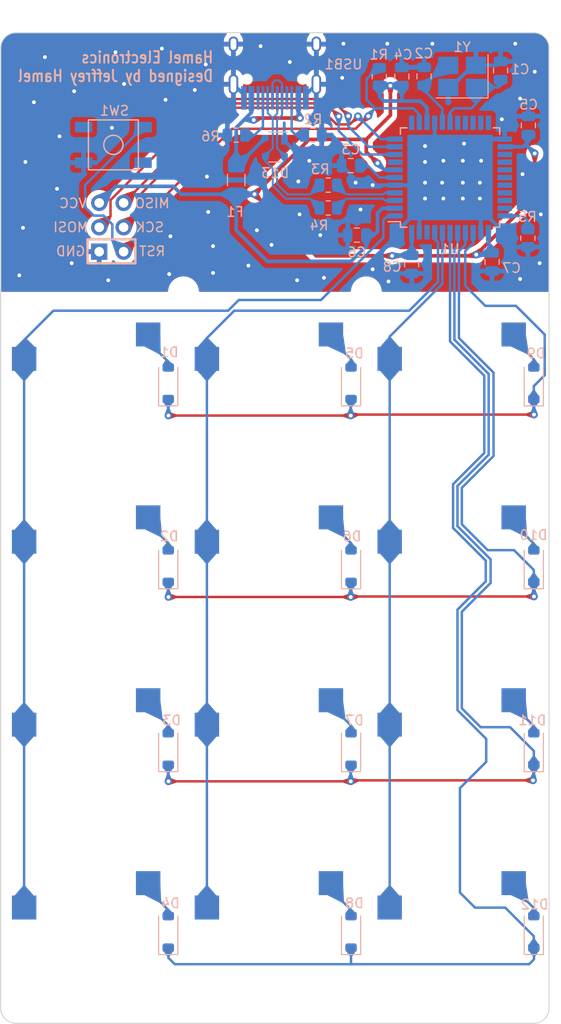
<source format=kicad_pcb>
(kicad_pcb (version 20221018) (generator pcbnew)
  (layers (0 "F.Cu" signal) (31 "B.Cu" signal) (34 "B.Paste" user) (35 "F.Paste" user) (36 "B.SilkS" user "B.Silkscreen") (37 "F.SilkS" user "F.Silkscreen") (38 "B.Mask" user) (39 "F.Mask" user) (44 "Edge.Cuts" user))
  (net 0 "")
  (net 1 "GND")
  (net 2 "Net-(U1-XTAL1)")
  (net 3 "Net-(U1-XTAL2)")
  (net 4 "Net-(U1-UCAP)")
  (net 5 "+5V")
  (net 6 "ROW0")
  (net 7 "Net-(D1-A)")
  (net 8 "ROW1")
  (net 9 "Net-(D2-A)")
  (net 10 "ROW2")
  (net 11 "Net-(D3-A)")
  (net 12 "ROW3")
  (net 13 "Net-(D4-A)")
  (net 14 "Net-(D5-A)")
  (net 15 "Net-(D6-A)")
  (net 16 "Net-(D7-A)")
  (net 17 "Net-(D8-A)")
  (net 18 "Net-(D9-A)")
  (net 19 "Net-(D10-A)")
  (net 20 "Net-(D11-A)")
  (net 21 "Net-(D12-A)")
  (net 22 "D+")
  (net 23 "D-")
  (net 24 "COL0")
  (net 25 "COL1")
  (net 26 "COL2")
  (net 27 "VBUS")
  (net 28 "Net-(U1-~{HWB}{slash}PE2)")
  (net 31 "MISO")
  (net 32 "SCK")
  (net 33 "MOSI")
  (net 44 "RESET")
  (net 45 "Net-(USB1-CC2)")
  (net 46 "Net-(USB1-CC1)")
  (net 53 "DP")
  (net 54 "DN")
  (footprint "MX_Only:MXOnly-1U-Hotswap" (layer "F.Cu") (at 183.35625 131.7625)
    (fp_text reference "MX12")
    (fp_text value "MX-NoLED")
  )
  (footprint "MX_Only:MXOnly-1U-Hotswap" (layer "F.Cu") (at 183.35625 74.6125)
    (fp_text reference "MX9")
    (fp_text value "MX-NoLED")
  )
  (footprint "MountingHole:MountingHole_2.7mm_M2.5" (layer "F.Cu") (at 154.78125 122.2375)
    (fp_text reference "REF**" hide)
    (fp_text value "MountingHole_2.7mm_M2.5")
  )
  (footprint "MX_Only:MXOnly-1U-Hotswap" (layer "F.Cu") (at 145.25625 112.7125)
    (fp_text reference "MX3")
    (fp_text value "MX-NoLED")
  )
  (footprint "MX_Only:MXOnly-1U-Hotswap" (layer "F.Cu") (at 164.30625 131.7625)
    (fp_text reference "MX8")
    (fp_text value "MX-NoLED")
  )
  (footprint "MX_Only:MXOnly-1U-Hotswap" (layer "F.Cu") (at 183.35625 93.6625)
    (fp_text reference "MX10")
    (fp_text value "MX-NoLED")
  )
  (footprint "MountingHole:MountingHole_2.7mm_M2.5" (layer "F.Cu") (at 173.83125 122.2375)
    (fp_text reference "REF**" hide)
    (fp_text value "MountingHole_2.7mm_M2.5")
  )
  (footprint "MountingHole:MountingHole_2.7mm_M2.5" (layer "F.Cu") (at 173.83125 65.0875)
    (fp_text reference "REF**" hide)
    (fp_text value "MountingHole_2.7mm_M2.5")
  )
  (footprint "MX_Only:MXOnly-1U-Hotswap" (layer "F.Cu") (at 164.30625 112.7125)
    (fp_text reference "MX7")
    (fp_text value "MX-NoLED")
  )
  (footprint "MX_Only:MXOnly-1U-Hotswap" (layer "F.Cu") (at 145.25625 74.6125)
    (fp_text reference "MX1")
    (fp_text value "MX-NoLED")
  )
  (footprint "MX_Only:MXOnly-1U-Hotswap" (layer "F.Cu") (at 164.30625 93.6625)
    (fp_text reference "MX6")
    (fp_text value "MX-NoLED")
  )
  (footprint "MX_Only:MXOnly-1U-Hotswap" (layer "F.Cu") (at 183.35625 112.7125)
    (fp_text reference "MX11")
    (fp_text value "MX-NoLED")
  )
  (footprint "MX_Only:MXOnly-1U-Hotswap" (layer "F.Cu") (at 145.25625 131.7625)
    (fp_text reference "MX4")
    (fp_text value "MX-NoLED")
  )
  (footprint "MX_Only:MXOnly-1U-Hotswap" (layer "F.Cu") (at 145.25625 93.6625)
    (fp_text reference "MX2")
    (fp_text value "MX-NoLED")
  )
  (footprint "MountingHole:MountingHole_2.7mm_M2.5" (layer "F.Cu") (at 154.78125 65.0875)
    (fp_text reference "REF**" hide)
    (fp_text value "MountingHole_2.7mm_M2.5")
  )
  (footprint "MX_Only:MXOnly-1U-Hotswap" (layer "F.Cu") (at 164.30625 74.6125)
    (fp_text reference "MX5")
    (fp_text value "MX-NoLED")
  )
  (footprint "Diode_SMD:D_SOD-123" (layer "B.Cu") (at 172.24375 131.7625 90)
    (fp_text reference "D8")
    (fp_text value "SOD-123")
  )
  (footprint "Resistor_SMD:R_0805_2012Metric" (layer "B.Cu") (at 160.274 48.768)
    (fp_text reference "R6")
    (fp_text value "5.1k")
  )
  (footprint "Capacitor_SMD:C_0805_2012Metric" (layer "B.Cu") (at 186.944 61.976 -90)
    (fp_text reference "C7")
    (fp_text value "0.1u")
  )
  (footprint "Capacitor_SMD:C_0805_2012Metric" (layer "B.Cu") (at 172.212 51.943 180)
    (fp_text reference "C3")
    (fp_text value "1u")
  )
  (footprint "Capacitor_SMD:C_0805_2012Metric" (layer "B.Cu") (at 179.85243 42.646879 -90)
    (fp_text reference "C2")
    (fp_text value "22p")
  )
  (footprint "Capacitor_SMD:C_0805_2012Metric" (layer "B.Cu") (at 172.847 59.182 180)
    (fp_text reference "C6")
    (fp_text value "0.1u")
  )
  (footprint "Capacitor_SMD:C_0805_2012Metric" (layer "B.Cu") (at 177.539938 42.664023 90)
    (fp_text reference "C4")
    (fp_text value "0.1u")
  )
  (footprint "Diode_SMD:D_SOD-123" (layer "B.Cu") (at 191.29375 131.7625 90)
    (fp_text reference "D12")
    (fp_text value "SOD-123")
  )
  (footprint "Diode_SMD:D_SOD-123" (layer "B.Cu") (at 172.24375 74.6125 90)
    (fp_text reference "D5")
    (fp_text value "SOD-123")
  )
  (footprint "Resistor_SMD:R_0805_2012Metric" (layer "B.Cu") (at 169.8625 53.975 180)
    (fp_text reference "R3")
    (fp_text value "22")
  )
  (footprint "Diode_SMD:D_SOD-123" (layer "B.Cu") (at 191.29375 74.6125 90)
    (fp_text reference "D9")
    (fp_text value "SOD-123")
  )
  (footprint "Resistor_SMD:R_0805_2012Metric" (layer "B.Cu") (at 190.673063 59.505075 -90)
    (fp_text reference "R5")
    (fp_text value "10k")
  )
  (footprint "Diode_SMD:D_SOD-123" (layer "B.Cu") (at 191.29375 112.7125 90)
    (fp_text reference "D11")
    (fp_text value "SOD-123")
  )
  (footprint "Crystal:Crystal_SMD_3225-4Pin_3.2x2.5mm_HandSoldering" (layer "B.Cu") (at 183.82118 42.646879 180)
    (fp_text reference "Y1")
    (fp_text value "16MHz")
  )
  (footprint "random-keyboard-parts:Reset_Pretty-Mask" (layer "B.Cu") (at 147.2692 58.3692 180)
    (fp_text reference "J2")
    (fp_text value "AVR-ISP-6")
  )
  (footprint "Package_QFP:TQFP-44_10x10mm_P0.8mm" (layer "B.Cu") (at 182.5625 53.18125)
    (fp_text reference "U1")
    (fp_text value "ATmega32U4-A")
  )
  (footprint "Diode_SMD:D_SOD-123" (layer "B.Cu") (at 153.19375 74.6125 90)
    (fp_text reference "D1")
    (fp_text value "SOD-123")
  )
  (footprint "Resistor_SMD:R_0805_2012Metric" (layer "B.Cu") (at 169.8625 56.35625)
    (fp_text reference "R4")
    (fp_text value "22")
  )
  (footprint "Capacitor_SMD:C_0805_2012Metric" (layer "B.Cu") (at 178.562 62.23 -90)
    (fp_text reference "C8")
    (fp_text value "10u")
  )
  (footprint "Type-C:HRO-TYPE-C-31-M-12-HandSoldering" (layer "B.Cu") (at 164.30625 36.69)
    (fp_text reference "USB1")
    (fp_text value "HRO-TYPE-C-31-M-12")
  )
  (footprint "Capacitor_SMD:C_0805_2012Metric" (layer "B.Cu") (at 187.833 42.037 -90)
    (fp_text reference "C1")
    (fp_text value "22p")
  )
  (footprint "Diode_SMD:D_SOD-123" (layer "B.Cu") (at 172.24375 93.6625 90)
    (fp_text reference "D6")
    (fp_text value "SOD-123")
  )
  (footprint "random-keyboard-parts:SKQG-1155865" (layer "B.Cu") (at 147.4724 49.784 180)
    (fp_text reference "SW1")
    (fp_text value "SW_Push")
  )
  (footprint "Diode_SMD:D_SOD-123" (layer "B.Cu") (at 191.29375 93.6625 90)
    (fp_text reference "D10")
    (fp_text value "SOD-123")
  )
  (footprint "Resistor_SMD:R_0805_2012Metric" (layer "B.Cu") (at 175.18628 42.68133 -90)
    (fp_text reference "R1")
    (fp_text value "10k")
  )
  (footprint "Capacitor_SMD:C_0805_2012Metric" (layer "B.Cu") (at 190.724982 47.754088 90)
    (fp_text reference "C5")
    (fp_text value "0.1u")
  )
  (footprint "Diode_SMD:D_SOD-123" (layer "B.Cu") (at 172.24375 112.7125 90)
    (fp_text reference "D7")
    (fp_text value "SOD-123")
  )
  (footprint "Diode_SMD:D_SOD-123" (layer "B.Cu") (at 153.19375 93.6625 90)
    (fp_text reference "D2")
    (fp_text value "SOD-123")
  )
  (footprint "Package_TO_SOT_SMD:SOT-143" (layer "B.Cu") (at 164.30625 50.00625 180)
    (fp_text reference "D13")
    (fp_text value "PRTR5V0U2X")
  )
  (footprint "Diode_SMD:D_SOD-123" (layer "B.Cu") (at 153.19375 131.7625 90)
    (fp_text reference "D4")
    (fp_text value "SOD-123")
  )
  (footprint "Diode_SMD:D_SOD-123" (layer "B.Cu") (at 153.19375 112.7125 90)
    (fp_text reference "D3")
    (fp_text value "SOD-123")
  )
  (footprint "Fuse:Fuse_1206_3216Metric_Pad1.42x1.75mm_HandSolder" (layer "B.Cu") (at 160.274 53.4416 90)
    (fp_text reference "F1")
    (fp_text value "Polyfuse_Small")
  )
  (footprint "Resistor_SMD:R_0805_2012Metric" (layer "B.Cu") (at 168.275 48.768 180)
    (fp_text reference "R2")
    (fp_text value "5.1k")
  )
  (gr_arc (start 191.29375 38.1) (mid 192.416282 38.564968) (end 192.88125 39.6875) (stroke (width 0.1)) (layer "Edge.Cuts"))
  (gr_arc (start 137.31875 141.2875) (mid 136.196218 140.822532) (end 135.73125 139.7) (stroke (width 0.1)) (layer "Edge.Cuts"))
  (gr_line (start 191.29375 38.1) (end 137.31875 38.1) (stroke (width 0.1)) (layer "Edge.Cuts"))
  (gr_line (start 192.88125 139.7) (end 192.88125 39.6875) (stroke (width 0.1)) (layer "Edge.Cuts"))
  (gr_arc (start 192.88125 139.7) (mid 192.416282 140.822532) (end 191.29375 141.2875) (stroke (width 0.1)) (layer "Edge.Cuts"))
  (gr_line (start 137.31875 141.2875) (end 191.29375 141.2875) (stroke (width 0.1)) (layer "Edge.Cuts"))
  (gr_arc (start 135.73125 39.6875) (mid 136.196218 38.564968) (end 137.31875 38.1) (stroke (width 0.1)) (layer "Edge.Cuts"))
  (gr_line (start 135.73125 39.6875) (end 135.73125 139.7) (stroke (width 0.1)) (layer "Edge.Cuts"))
  (gr_text "Hamel Electronics\nDesigned by Jeffrey Hamel" (at 157.988 43.307) (layer "B.SilkS") (effects (font (size 1.2 1) (thickness 0.2)) (justify left bottom mirror)))
  (segment (start 163.957 60.198) (end 163.703 60.198) (width 0.254) (layer "F.Cu") (net 1))
  (segment (start 170.307 62.738) (end 174.498 62.738) (width 0.381) (layer "F.Cu") (net 1))
  (segment (start 169.418 63.627) (end 170.307 62.738) (width 0.381) (layer "F.Cu") (net 1))
  (segment (start 163.703 60.198) (end 161.544 62.357) (width 0.254) (layer "F.Cu") (net 1))
  (via (at 153.289 63.246) (size 0.8) (drill 0.4) (layers "F.Cu" "B.Cu") (net 1))
  (via (at 138.303 51.562) (size 0.8) (drill 0.4) (layers "F.Cu" "B.Cu") (net 1))
  (via (at 157.226 53.086) (size 0.8) (drill 0.4) (layers "F.Cu" "B.Cu") (net 1))
  (via (at 165.862 41.148) (size 0.8) (drill 0.4) (layers "F.Cu" "B.Cu") (net 1))
  (via (at 189.865 63.754) (size 0.8) (drill 0.4) (layers "F.Cu" "B.Cu") (net 1))
  (via (at 167.894 51.435) (size 0.8) (drill 0.4) (layers "F.Cu" "B.Cu") (net 1))
  (via (at 185.674 53.721) (size 0.8) (drill 0.4) (layers "F.Cu" "B.Cu") (net 1))
  (via (at 152.527 39.751) (size 0.8) (drill 0.4) (layers "F.Cu" "B.Cu") (net 1))
  (via (at 155.956 44.069) (size 0.8) (drill 0.4) (layers "F.Cu" "B.Cu") (net 1))
  (via (at 179.959 51.562) (size 0.8) (drill 0.4) (layers "F.Cu" "B.Cu") (net 1))
  (via (at 176.149 64.008) (size 0.8) (drill 0.4) (layers "F.Cu" "B.Cu") (net 1))
  (via (at 166.751 53.594) (size 0.8) (drill 0.4) (layers "F.Cu" "B.Cu") (net 1))
  (via (at 137.668 63.373) (size 0.8) (drill 0.4) (layers "F.Cu" "B.Cu") (net 1))
  (via (at 152.908 45.085) (size 0.8) (drill 0.4) (layers "F.Cu" "B.Cu") (net 1))
  (via (at 179.959 53.721) (size 0.8) (drill 0.4) (layers "F.Cu" "B.Cu") (net 1))
  (via (at 148.59 43.434) (size 0.8) (drill 0.4) (layers "F.Cu" "B.Cu") (net 1))
  (via (at 138.049 58.42) (size 0.8) (drill 0.4) (layers "F.Cu" "B.Cu") (net 1))
  (via (at 183.896 53.721) (size 0.8) (drill 0.4) (layers "F.Cu" "B.Cu") (net 1))
  (via (at 181.864 51.435) (size 0.8) (drill 0.4) (layers "F.Cu" "B.Cu") (net 1))
  (via (at 189.357 39.243) (size 0.8) (drill 0.4) (layers "F.Cu" "B.Cu") (net 1))
  (via (at 153.416 59.309) (size 0.8) (drill 0.4) (layers "F.Cu" "B.Cu") (net 1))
  (via (at 174.498 53.975) (size 0.8) (drill 0.4) (layers "F.Cu" "B.Cu") (net 1))
  (via (at 189.865 44.958) (size 0.8) (drill 0.4) (layers "F.Cu" "B.Cu") (net 1))
  (via (at 146.939 63.881) (size 0.8) (drill 0.4) (layers "F.Cu" "B.Cu") (net 1))
  (via (at 179.959 49.911) (size 0.8) (drill 0.4) (layers "F.Cu" "B.Cu") (net 1))
  (via (at 180.721 39.243) (size 0.8) (drill 0.4) (layers "F.Cu" "B.Cu") (net 1))
  (via (at 140.335 40.64) (size 0.8) (drill 0.4) (layers "F.Cu" "B.Cu") (net 1))
  (via (at 166.624 63.881) (size 0.8) (drill 0.4) (layers "F.Cu" "B.Cu") (net 1))
  (via (at 185.801 51.435) (size 0.8) (drill 0.4) (layers "F.Cu" "B.Cu") (net 1))
  (via (at 141.605 54.356) (size 0.8) (drill 0.4) (layers "F.Cu" "B.Cu") (net 1))
  (via (at 157.861 63.119) (size 0.8) (drill 0.4) (layers "F.Cu" "B.Cu") (net 1))
  (via (at 157.353 56.769) (size 0.8) (drill 0.4) (layers "F.Cu" "B.Cu") (net 1))
  (via (at 184.023 49.657) (size 0.8) (drill 0.4) (layers "F.Cu" "B.Cu") (net 1))
  (via (at 169.037 59.182) (size 0.8) (drill 0.4) (layers "F.Cu" "B.Cu") (net 1))
  (via (at 143.383 44.196) (size 0.8) (drill 0.4) (layers "F.Cu" "B.Cu") (net 1))
  (via (at 191.389 42.164) (size 0.8) (drill 0.4) (layers "F.Cu" "B.Cu") (net 1))
  (via (at 139.192 45.339) (size 0.8) (drill 0.4) (layers "F.Cu" "B.Cu") (net 1))
  (via (at 183.896 55.372) (size 0.8) (drill 0.4) (layers "F.Cu" "B.Cu") (net 1))
  (via (at 185.674 55.372) (size 0.8) (drill 0.4) (layers "F.Cu" "B.Cu") (net 1))
  (via (at 179.959 55.372) (size 0.8) (drill 0.4) (layers "F.Cu" "B.Cu") (net 1))
  (via (at 183.896 51.435) (size 0.8) (drill 0.4) (layers "F.Cu" "B.Cu") (net 1))
  (via (at 171.323 42.799) (size 0.8) (drill 0.4) (layers "F.Cu" "B.Cu") (net 1))
  (via (at 147.701 40.132) (size 0.8) (drill 0.4) (layers "F.Cu" "B.Cu") (net 1))
  (via (at 141.859 48.895) (size 0.8) (drill 0.4) (layers "F.Cu" "B.Cu") (net 1))
  (via (at 157.099 41.402) (size 0.8) (drill 0.4) (layers "F.Cu" "B.Cu") (net 1))
  (via (at 169.418 63.627) (size 0.8) (drill 0.4) (layers "F.Cu" "B.Cu") (net 1))
  (via (at 190.119 52.832) (size 0.8) (drill 0.4) (layers "F.Cu" "B.Cu") (net 1))
  (via (at 173.228 56.515) (size 0.8) (drill 0.4) (layers "F.Cu" "B.Cu") (net 1))
  (via (at 191.897 62.103) (size 0.8) (drill 0.4) (layers "F.Cu" "B.Cu") (net 1))
  (via (at 157.861 60.325) (size 0.8) (drill 0.4) (layers "F.Cu" "B.Cu") (net 1))
  (via (at 172.72 53.721) (size 0.8) (drill 0.4) (layers "F.Cu" "B.Cu") (net 1))
  (via (at 147.32 48.006) (size 0.8) (drill 0.4) (layers "F.Cu" "B.Cu") (net 1))
  (via (at 181.737 53.721) (size 0.8) (drill 0.4) (layers "F.Cu" "B.Cu") (net 1))
  (via (at 171.45 39.243) (size 0.8) (drill 0.4) (layers "F.Cu" "B.Cu") (net 1))
  (via (at 143.129 62.103) (size 0.8) (drill 0.4) (layers "F.Cu" "B.Cu") (net 1))
  (via (at 166.878 57.023) (size 0.8) (drill 0.4) (layers "F.Cu" "B.Cu") (net 1))
  (via (at 192.024 57.023) (size 0.8) (drill 0.4) (layers "F.Cu" "B.Cu") (net 1))
  (via (at 187.96 47.117) (size 0.8) (drill 0.4) (layers "F.Cu" "B.Cu") (net 1))
  (via (at 174.498 62.738) (size 0.8) (drill 0.4) (layers "F.Cu" "B.Cu") (net 1))
  (via (at 162.814 39.497) (size 0.8) (drill 0.4) (layers "F.Cu" "B.Cu") (net 1))
  (via (at 162.433 58.674) (size 0.8) (drill 0.4) (layers "F.Cu" "B.Cu") (net 1))
  (via (at 161.544 62.357) (size 0.8) (drill 0.4) (layers "F.Cu" "B.Cu") (net 1))
  (via (at 163.957 60.198) (size 0.8) (drill 0.4) (layers "F.Cu" "B.Cu") (net 1))
  (via (at 181.864 55.372) (size 0.8) (drill 0.4) (layers "F.Cu" "B.Cu") (net 1))
  (via (at 176.022 39.243) (size 0.8) (drill 0.4) (layers "F.Cu" "B.Cu") (net 1))
  (segment (start 167.53125 44.565) (end 168.62625 43.47) (width 0.381) (layer "B.Cu") (net 1))
  (segment (start 179.835286 41.714023) (end 179.85243 41.696879) (width 0.381) (layer "B.Cu") (net 1))
  (segment (start 172.72 53.401) (end 171.262 51.943) (width 0.381) (layer "B.Cu") (net 1))
  (segment (start 180.9625 47.48125) (end 180.9625 49.2) (width 0.381) (layer "B.Cu") (net 1))
  (segment (start 187.423121 41.496879) (end 187.833 41.087) (width 0.381) (layer "B.Cu") (net 1))
  (segment (start 167.53125 44.885) (end 167.53125 44.565) (width 0.381) (layer "B.Cu") (net 1))
  (segment (start 174.498 53.975) (end 176.85625 53.975) (width 0.381) (layer "B.Cu") (net 1))
  (segment (start 161.08125 44.565) (end 159.98625 43.47) (width 0.381) (layer "B.Cu") (net 1))
  (segment (start 172.72 53.721) (end 172.72 53.401) (width 0.381) (layer "B.Cu") (net 1))
  (segment (start 185.76875 49.18125) (end 184.94375 50.00625) (width 0.381) (layer "B.Cu") (net 1))
  (segment (start 161.08125 44.885) (end 161.08125 44.565) (width 0.381) (layer "B.Cu") (net 1))
  (segment (start 188.07625 58.801) (end 188.087 58.801) (width 0.381) (layer "B.Cu") (net 1))
  (segment (start 176.85625 53.975) (end 176.8625 53.98125) (width 0.381) (layer "B.Cu") (net 1))
  (segment (start 184.944121 41.496879) (end 185.27118 41.496879) (width 0.381) (layer "B.Cu") (net 1))
  (segment (start 178.664 57.175) (end 177.038 58.801) (width 0.381) (layer "B.Cu") (net 1))
  (segment (start 179.3625 57.175) (end 178.664 57.175) (width 0.381) (layer "B.Cu") (net 1))
  (segment (start 185.7625 57.175) (end 186.45025 57.175) (width 0.381) (layer "B.Cu") (net 1))
  (segment (start 176.8625 53.98125) (end 179.38125 53.98125) (width 0.381) (layer "B.Cu") (net 1))
  (segment (start 182.37118 43.796879) (end 182.644121 43.796879) (width 0.381) (layer "B.Cu") (net 1))
  (segment (start 185.7625 57.175) (end 184.94375 56.35625) (width 0.381) (layer "B.Cu") (net 1))
  (segment (start 165.30625 49.25625) (end 165.30625 49.35525) (width 0.381) (layer "B.Cu") (net 1))
  (segment (start 177.539938 41.714023) (end 179.835286 41.714023) (width 0.381) (layer "B.Cu") (net 1))
  (segment (start 186.45025 57.175) (end 188.07625 58.801) (width 0.381) (layer "B.Cu") (net 1))
  (segment (start 185.27118 41.496879) (end 187.423121 41.496879) (width 0.381) (layer "B.Cu") (net 1))
  (segment (start 185.7625 58.88125) (end 185.7625 57.175) (width 0.381) (layer "B.Cu") (net 1))
  (segment (start 179.3625 58.88125) (end 179.3625 57.175) (width 0.381) (layer "B.Cu") (net 1))
  (segment (start 179.3625 57.175) (end 180.18125 56.35625) (width 0.381) (layer "B.Cu") (net 1))
  (segment (start 182.644121 43.796879) (end 184.944121 41.496879) (width 0.381) (layer "B.Cu") (net 1))
  (segment (start 165.30625 49.35525) (end 166.243 50.292) (width 0.381) (layer "B.Cu") (net 1))
  (segment (start 180.9625 49.2) (end 181.76875 50.00625) (width 0.381) (layer "B.Cu") (net 1))
  (segment (start 179.38125 53.98125) (end 179.3875 53.975) (width 0.381) (layer "B.Cu") (net 1))
  (segment (start 188.2625 49.18125) (end 185.76875 49.18125) (width 0.381) (layer "B.Cu") (net 1))
  (segment (start 184.785 45.974) (end 185.27118 45.48782) (width 0.254) (layer "B.Cu") (net 2))
  (segment (start 182.5625 46.4185) (end 183.007 45.974) (width 0.254) (layer "B.Cu") (net 2))
  (segment (start 183.007 45.974) (end 184.785 45.974) (width 0.254) (layer "B.Cu") (net 2))
  (segment (start 185.27118 45.48782) (end 185.27118 43.796879) (width 0.254) (layer "B.Cu") (net 2))
  (segment (start 182.5625 47.48125) (end 182.5625 46.4185) (width 0.254) (layer "B.Cu") (net 2))
  (segment (start 187.597121 43.796879) (end 185.27118 43.796879) (width 0.254) (layer "B.Cu") (net 2))
  (segment (start 187.833 43.561) (end 187.597121 43.796879) (width 0.254) (layer "B.Cu") (net 2))
  (segment (start 187.833 42.987) (end 187.833 43.561) (width 0.254) (layer "B.Cu") (net 2))
  (segment (start 181.7625 47.48125) (end 181.7625 45.9995) (width 0.254) (layer "B.Cu") (net 3))
  (segment (start 181.95243 41.496879) (end 179.85243 43.596879) (width 0.254) (layer "B.Cu") (net 3))
  (segment (start 181.7625 45.9995) (end 179.85243 44.08943) (width 0.254) (layer "B.Cu") (net 3))
  (segment (start 182.37118 41.496879) (end 181.95243 41.496879) (width 0.254) (layer "B.Cu") (net 3))
  (segment (start 179.85243 44.08943) (end 179.85243 43.596879) (width 0.254) (layer "B.Cu") (net 3))
  (segment (start 173.99 51.943) (end 173.162 51.943) (width 0.254) (layer "B.Cu") (net 4))
  (segment (start 176.8625 53.18125) (end 175.22825 53.18125) (width 0.254) (layer "B.Cu") (net 4))
  (segment (start 175.22825 53.18125) (end 173.99 51.943) (width 0.254) (layer "B.Cu") (net 4))
  (segment (start 176.53 61.341) (end 168.603428 61.341) (width 0.381) (layer "F.Cu") (net 5))
  (segment (start 162.178825 54.916397) (end 167.882722 49.2125) (width 0.381) (layer "F.Cu") (net 5))
  (segment (start 168.603428 61.341) (end 162.178825 54.916397) (width 0.381) (layer "F.Cu") (net 5))
  (segment (start 185.293 61.214) (end 191.389 55.118) (width 0.381) (layer "F.Cu") (net 5))
  (segment (start 191.389 55.118) (end 191.389 50.673) (width 0.381) (layer "F.Cu") (net 5))
  (segment (start 185.166 61.341) (end 185.293 61.214) (width 0.381) (layer "F.Cu") (net 5))
  (segment (start 172.24375 49.2125) (end 173.83125 49.2125) (width 0.381) (layer "F.Cu") (net 5))
  (segment (start 176.53 61.341) (end 185.166 61.341) (width 0.381) (layer "F.Cu") (net 5))
  (segment (start 176.2125 46.83125) (end 176.345225 46.698525) (width 0.381) (layer "F.Cu") (net 5))
  (segment (start 173.83125 50.51425) (end 173.83125 49.2125) (width 0.381) (layer "F.Cu") (net 5))
  (segment (start 167.882722 49.2125) (end 172.24375 49.2125) (width 0.381) (layer "F.Cu") (net 5))
  (segment (start 175.006 51.689) (end 173.83125 50.51425) (width 0.381) (layer "F.Cu") (net 5))
  (segment (start 173.83125 49.2125) (end 176.2125 46.83125) (width 0.381) (layer "F.Cu") (net 5))
  (segment (start 176.345225 46.698525) (end 176.345225 43.619296) (width 0.381) (layer "F.Cu") (net 5))
  (via (at 176.53 61.341) (size 0.8) (drill 0.4) (layers "F.Cu" "B.Cu") (net 5))
  (via (at 185.293 61.214) (size 0.8) (drill 0.4) (layers "F.Cu" "B.Cu") (net 5))
  (via (at 191.389 50.673) (size 0.8) (drill 0.4) (layers "F.Cu" "B.Cu") (net 5))
  (via (at 176.345225 43.619296) (size 0.8) (drill 0.4) (layers "F.Cu" "B.Cu") (net 5))
  (via (at 162.178825 54.916397) (size 0.8) (drill 0.4) (layers "F.Cu" "B.Cu") (net 5))
  (via (at 175.006 51.689) (size 0.8) (drill 0.4) (layers "F.Cu" "B.Cu") (net 5))
  (segment (start 172.24375 61.9125) (end 173.67 60.48625) (width 0.381) (layer "B.Cu") (net 5))
  (segment (start 186.944 60.452) (end 186.5625 60.0705) (width 0.381) (layer "B.Cu") (net 5))
  (segment (start 173.70175 60.48625) (end 173.863 60.325) (width 0.381) (layer "B.Cu") (net 5))
  (segment (start 175.641 45.212) (end 175.26 44.831) (width 0.381) (layer "B.Cu") (net 5))
  (segment (start 180.1625 45.9235) (end 179.451 45.212) (width 0.381) (layer "B.Cu") (net 5))
  (segment (start 175.006 56.896) (end 175.006 58.801) (width 0.381) (layer "B.Cu") (net 5))
  (segment (start 173.67 60.48625) (end 173.70175 60.48625) (width 0.381) (layer "B.Cu") (net 5))
  (segment (start 178.5625 61.2795) (end 178.562 61.28) (width 0.381) (layer "B.Cu") (net 5))
  (segment (start 160.274 54.9291) (end 160.274 58.674) (width 0.381) (layer "B.Cu") (net 5))
  (segment (start 186.944 61.026) (end 186.944 60.452) (width 0.381) (layer "B.Cu") (net 5))
  (segment (start 180.1625 47.48125) (end 180.1625 45.9235) (width 0.381) (layer "B.Cu") (net 5))
  (segment (start 191.389 50.673) (end 190.4365 49.7205) (width 0.381) (layer "B.Cu") (net 5))
  (segment (start 147.7264 54.102) (end 145.9992 55.8292) (width 0.381) (layer "B.Cu") (net 5))
  (segment (start 163.5125 61.9125) (end 172.24375 61.9125) (width 0.381) (layer "B.Cu") (net 5))
  (segment (start 175.69825 52.38125) (end 175.006 51.689) (width 0.381) (layer "B.Cu") (net 5))
  (segment (start 173.863 59.248) (end 173.797 59.182) (width 0.381) (layer "B.Cu") (net 5))
  (segment (start 175.26 43.66755) (end 175.18628 43.59383) (width 0.381) (layer "B.Cu") (net 5))
  (segment (start 177.539938 45.205938) (end 177.546 45.212) (width 0.381) (layer "B.Cu") (net 5))
  (segment (start 160.274 54.9291) (end 154.5479 54.9291) (width 0.381) (layer "B.Cu") (net 5))
  (segment (start 177.546 45.212) (end 175.641 45.212) (width 0.381) (layer "B.Cu") (net 5))
  (segment (start 190.724982 49.432018) (end 190.4365 49.7205) (width 0.381) (layer "B.Cu") (net 5))
  (segment (start 178.5625 58.88125) (end 178.5625 61.2795) (width 0.381) (layer "B.Cu") (net 5))
  (segment (start 160.274 58.674) (end 163.5125 61.9125) (width 0.381) (layer "B.Cu") (net 5))
  (segment (start 175.211746 43.619296) (end 175.18628 43.59383) (width 0.381) (layer "B.Cu") (net 5))
  (segment (start 190.17575 49.98125) (end 188.2625 49.98125) (width 0.381) (layer "B.Cu") (net 5))
  (segment (start 190.724982 48.704088) (end 190.724982 49.432018) (width 0.381) (layer "B.Cu") (net 5))
  (segment (start 177.534665 43.619296) (end 177.539938 43.614023) (width 0.381) (layer "B.Cu") (net 5))
  (segment (start 176.591 61.28) (end 176.53 61.341) (width 0.381) (layer "B.Cu") (net 5))
  (segment (start 176.345225 43.619296) (end 177.534665 43.619296) (width 0.381) (layer "B.Cu") (net 5))
  (segment (start 190.4365 49.7205) (end 190.17575 49.98125) (width 0.381) (layer "B.Cu") (net 5))
  (segment (start 175.52075 56.38125) (end 175.006 56.896) (width 0.381) (layer "B.Cu") (net 5))
  (segment (start 153.7208 54.102) (end 147.7264 54.102) (width 0.381) (layer "B.Cu") (net 5))
  (segment (start 175.26 44.831) (end 175.26 43.66755) (width 0.381) (layer "B.Cu") (net 5))
  (segment (start 173.863 60.325) (end 173.863 59.248) (width 0.381) (layer "B.Cu") (net 5))
  (segment (start 154.5479 54.9291) (end 153.7208 54.102) (width 0.381) (layer "B.Cu") (net 5))
  (segment (start 176.8625 52.38125) (end 175.69825 52.38125) (width 0.381) (layer "B.Cu") (net 5))
  (segment (start 175.006 58.801) (end 174.625 59.182) (width 0.381) (layer "B.Cu") (net 5))
  (segment (start 162.166122 54.9291) (end 162.178825 54.916397) (width 0.381) (layer "B.Cu") (net 5))
  (segment (start 176.345225 43.619296) (end 175.211746 43.619296) (width 0.381) (layer "B.Cu") (net 5))
  (segment (start 179.451 45.212) (end 177.546 45.212) (width 0.381) (layer "B.Cu") (net 5))
  (segment (start 185.293 61.214) (end 186.756 61.214) (width 0.381) (layer "B.Cu") (net 5))
  (segment (start 160.274 54.9291) (end 162.166122 54.9291) (width 0.381) (layer "B.Cu") (net 5))
  (segment (start 186.756 61.214) (end 186.944 61.026) (width 0.381) (layer "B.Cu") (net 5))
  (segment (start 176.8625 56.38125) (end 175.52075 56.38125) (width 0.381) (layer "B.Cu") (net 5))
  (segment (start 186.5625 60.0705) (end 186.5625 58.88125) (width 0.381) (layer "B.Cu") (net 5))
  (segment (start 174.625 59.182) (end 173.797 59.182) (width 0.381) (layer "B.Cu") (net 5))
  (segment (start 177.539938 43.614023) (end 177.539938 45.205938) (width 0.381) (layer "B.Cu") (net 5))
  (segment (start 178.562 61.28) (end 176.591 61.28) (width 0.381) (layer "B.Cu") (net 5))
  (segment (start 153.2128 77.978) (end 172.212 77.978) (width 0.254) (layer "F.Cu") (net 6))
  (segment (start 172.3136 77.8764) (end 172.212 77.978) (width 0.254) (layer "F.Cu") (net 6))
  (segment (start 191.3128 77.8764) (end 172.3136 77.8764) (width 0.254) (layer "F.Cu") (net 6))
  (via (at 153.2128 77.978) (size 0.8) (drill 0.4) (layers "F.Cu" "B.Cu") (net 6))
  (via (at 172.212 77.978) (size 0.8) (drill 0.4) (layers "F.Cu" "B.Cu") (net 6))
  (via (at 191.3128 77.8764) (size 0.8) (drill 0.4) (layers "F.Cu" "B.Cu") (net 6))
  (segment (start 153.19375 76.2625) (end 153.19375 77.95895) (width 0.254) (layer "B.Cu") (net 6))
  (segment (start 184.9625 58.88125) (end 184.9625 60.027552) (width 0.254) (layer "B.Cu") (net 6))
  (segment (start 191.29375 76.2625) (end 191.29375 77.85735) (width 0.254) (layer "B.Cu") (net 6))
  (segment (start 172.212 76.29425) (end 172.24375 76.2625) (width 0.254) (layer "B.Cu") (net 6))
  (segment (start 192.4304 73.7743) (end 191.29375 74.91095) (width 0.254) (layer "B.Cu") (net 6))
  (segment (start 184.15 64.4652) (end 186.2328 66.548) (width 0.254) (layer "B.Cu") (net 6))
  (segment (start 172.212 77.978) (end 172.212 76.29425) (width 0.254) (layer "B.Cu") (net 6))
  (segment (start 192.4304 69.5452) (end 192.4304 73.7743) (width 0.254) (layer "B.Cu") (net 6))
  (segment (start 184.9625 60.027552) (end 184.15 60.840052) (width 0.254) (layer "B.Cu") (net 6))
  (segment (start 189.4332 66.548) (end 192.4304 69.5452) (width 0.254) (layer "B.Cu") (net 6))
  (segment (start 191.29375 74.91095) (end 191.29375 76.2625) (width 0.254) (layer "B.Cu") (net 6))
  (segment (start 153.19375 77.95895) (end 153.2128 77.978) (width 0.254) (layer "B.Cu") (net 6))
  (segment (start 186.2328 66.548) (end 189.4332 66.548) (width 0.254) (layer "B.Cu") (net 6))
  (segment (start 191.29375 77.85735) (end 191.3128 77.8764) (width 0.254) (layer "B.Cu") (net 6))
  (segment (start 184.15 60.840052) (end 184.15 64.4652) (width 0.254) (layer "B.Cu") (net 6))
  (segment (start 153.19375 72.9625) (end 153.19375 72.37095) (width 0.254) (layer "B.Cu") (net 7))
  (segment (start 151.09825 70.27545) (end 151.09825 69.5325) (width 0.254) (layer "B.Cu") (net 7))
  (segment (start 153.19375 72.37095) (end 151.09825 70.27545) (width 0.254) (layer "B.Cu") (net 7))
  (segment (start 153.2128 96.8756) (end 172.212 96.8756) (width 0.254) (layer "F.Cu") (net 8))
  (segment (start 172.2628 96.8248) (end 172.212 96.8756) (width 0.254) (layer "F.Cu") (net 8))
  (segment (start 191.3128 96.8248) (end 172.2628 96.8248) (width 0.254) (layer "F.Cu") (net 8))
  (via (at 191.3128 96.8248) (size 0.8) (drill 0.4) (layers "F.Cu" "B.Cu") (net 8))
  (via (at 153.2128 96.8756) (size 0.8) (drill 0.4) (layers "F.Cu" "B.Cu") (net 8))
  (via (at 172.212 96.8756) (size 0.8) (drill 0.4) (layers "F.Cu" "B.Cu") (net 8))
  (segment (start 172.212 95.34425) (end 172.24375 95.3125) (width 0.254) (layer "B.Cu") (net 8))
  (segment (start 191.29375 94.06255) (end 191.29375 95.3125) (width 0.254) (layer "B.Cu") (net 8))
  (segment (start 187.0964 82.1944) (end 183.7912 85.4996) (width 0.254) (layer "B.Cu") (net 8))
  (segment (start 183.7912 89.3032) (end 186.4868 91.9988) (width 0.254) (layer "B.Cu") (net 8))
  (segment (start 183.4896 60.8584) (end 183.4896 69.9008) (width 0.254) (layer "B.Cu") (net 8))
  (segment (start 189.23 91.9988) (end 191.29375 94.06255) (width 0.254) (layer "B.Cu") (net 8))
  (segment (start 191.29375 96.80575) (end 191.3128 96.8248) (width 0.254) (layer "B.Cu") (net 8))
  (segment (start 191.29375 95.3125) (end 191.29375 96.80575) (width 0.254) (layer "B.Cu") (net 8))
  (segment (start 186.4868 91.9988) (end 189.23 91.9988) (width 0.254) (layer "B.Cu") (net 8))
  (segment (start 172.212 96.8756) (end 172.212 95.34425) (width 0.254) (layer "B.Cu") (net 8))
  (segment (start 187.0964 73.5076) (end 187.0964 82.1944) (width 0.254) (layer "B.Cu") (net 8))
  (segment (start 183.7912 85.4996) (end 183.7912 89.3032) (width 0.254) (layer "B.Cu") (net 8))
  (segment (start 153.19375 95.3125) (end 153.19375 96.85655) (width 0.254) (layer "B.Cu") (net 8))
  (segment (start 153.19375 96.85655) (end 153.2128 96.8756) (width 0.254) (layer "B.Cu") (net 8))
  (segment (start 184.1625 60.1855) (end 183.4896 60.8584) (width 0.254) (layer "B.Cu") (net 8))
  (segment (start 184.1625 58.88125) (end 184.1625 60.1855) (width 0.254) (layer "B.Cu") (net 8))
  (segment (start 183.4896 69.9008) (end 187.0964 73.5076) (width 0.254) (layer "B.Cu") (net 8))
  (segment (start 151.09825 89.17305) (end 151.09825 88.5825) (width 0.254) (layer "B.Cu") (net 9))
  (segment (start 153.19375 92.0125) (end 153.19375 91.26855) (width 0.254) (layer "B.Cu") (net 9))
  (segment (start 153.19375 91.26855) (end 151.09825 89.17305) (width 0.254) (layer "B.Cu") (net 9))
  (segment (start 153.2128 116.078) (end 172.212 116.078) (width 0.254) (layer "F.Cu") (net 10))
  (segment (start 191.2112 115.9764) (end 172.3136 115.9764) (width 0.254) (layer "F.Cu") (net 10))
  (segment (start 172.3136 115.9764) (end 172.212 116.078) (width 0.254) (layer "F.Cu") (net 10))
  (via (at 153.2128 116.078) (size 0.8) (drill 0.4) (layers "F.Cu" "B.Cu") (net 10))
  (via (at 191.2112 115.9764) (size 0.8) (drill 0.4) (layers "F.Cu" "B.Cu") (net 10))
  (via (at 172.212 116.078) (size 0.8) (drill 0.4) (layers "F.Cu" "B.Cu") (net 10))
  (segment (start 183.0165 60.6203) (end 183.0165 70.069752) (width 0.254) (layer "B.Cu") (net 10))
  (segment (start 188.8236 110.4392) (end 191.29375 112.90935) (width 0.254) (layer "B.Cu") (net 10))
  (segment (start 186.5884 73.641652) (end 186.5884 82.060348) (width 0.254) (layer "B.Cu") (net 10))
  (segment (start 185.757252 110.4392) (end 188.8236 110.4392) (width 0.254) (layer "B.Cu") (net 10))
  (segment (start 183.7912 98.414747) (end 183.7912 108.473148) (width 0.254) (layer "B.Cu") (net 10))
  (segment (start 186.5884 82.060348) (end 183.3372 85.311548) (width 0.254) (layer "B.Cu") (net 10))
  (segment (start 183.3625 60.2743) (end 183.0165 60.6203) (width 0.254) (layer "B.Cu") (net 10))
  (segment (start 186.7916 95.414347) (end 183.7912 98.414747) (width 0.254) (layer "B.Cu") (net 10))
  (segment (start 191.29375 112.90935) (end 191.29375 114.3625) (width 0.254) (layer "B.Cu") (net 10))
  (segment (start 153.19375 114.3625) (end 153.19375 116.05895) (width 0.254) (layer "B.Cu") (net 10))
  (segment (start 191.29375 115.89385) (end 191.2112 115.9764) (width 0.254) (layer "B.Cu") (net 10))
  (segment (start 191.29375 114.3625) (end 191.29375 115.89385) (width 0.254) (layer "B.Cu") (net 10))
  (segment (start 183.0165 70.069752) (end 186.5884 73.641652) (width 0.254) (layer "B.Cu") (net 10))
  (segment (start 183.3625 58.88125) (end 183.3625 60.2743) (width 0.254) (layer "B.Cu") (net 10))
  (segment (start 183.7912 108.473148) (end 185.757252 110.4392) (width 0.254) (layer "B.Cu") (net 10))
  (segment (start 172.212 116.078) (end 172.212 114.39425) (width 0.254) (layer "B.Cu") (net 10))
  (segment (start 183.3372 89.500426) (end 186.7916 92.954826) (width 0.254) (layer "B.Cu") (net 10))
  (segment (start 183.3372 85.311548) (end 183.3372 89.500426) (width 0.254) (layer "B.Cu") (net 10))
  (segment (start 172.212 114.39425) (end 172.24375 114.3625) (width 0.254) (layer "B.Cu") (net 10))
  (segment (start 186.7916 92.954826) (end 186.7916 95.414347) (width 0.254) (layer "B.Cu") (net 10))
  (segment (start 153.19375 116.05895) (end 153.2128 116.078) (width 0.254) (layer "B.Cu") (net 10))
  (segment (start 151.09825 108.17225) (end 151.09825 107.6325) (width 0.254) (layer "B.Cu") (net 11))
  (segment (start 153.19375 110.26775) (end 151.09825 108.17225) (width 0.254) (layer "B.Cu") (net 11))
  (segment (start 153.19375 111.0625) (end 153.19375 110.26775) (width 0.254) (layer "B.Cu") (net 11))
  (segment (start 183.3372 108.6612) (end 183.3372 98.1964) (width 0.254) (layer "B.Cu") (net 12))
  (segment (start 183.3372 98.1964) (end 186.2836 95.25) (width 0.254) (layer "B.Cu") (net 12))
  (segment (start 186.3344 111.6584) (end 183.3372 108.6612) (width 0.254) (layer "B.Cu") (net 12))
  (segment (start 186.1312 73.826505) (end 182.5625 70.257805) (width 0.254) (layer "B.Cu") (net 12))
  (segment (start 190.8048 135.128) (end 191.3128 134.62) (width 0.254) (layer "B.Cu") (net 12))
  (segment (start 183.5912 116.7892) (end 186.3344 114.046) (width 0.254) (layer "B.Cu") (net 12))
  (segment (start 172.24375 135.10895) (end 172.2628 135.128) (width 0.254) (layer "B.Cu") (net 12))
  (segment (start 191.29375 132.21335) (end 188.3156 129.2352) (width 0.254) (layer "B.Cu") (net 12))
  (segment (start 153.19375 133.4125) (end 153.2128 133.43155) (width 0.254) (layer "B.Cu") (net 12))
  (segment (start 153.2128 134.4676) (end 153.8732 135.128) (width 0.254) (layer "B.Cu") (net 12))
  (segment (start 191.3128 134.62) (end 191.3128 133.43155) (width 0.254) (layer "B.Cu") (net 12))
  (segment (start 182.88 85.126696) (end 186.1312 81.875496) (width 0.254) (layer "B.Cu") (net 12))
  (segment (start 172.24375 133.4125) (end 172.24375 135.10895) (width 0.254) (layer "B.Cu") (net 12))
  (segment (start 188.3156 129.2352) (end 185.166 129.2352) (width 0.254) (layer "B.Cu") (net 12))
  (segment (start 153.8732 135.128) (end 172.2628 135.128) (width 0.254) (layer "B.Cu") (net 12))
  (segment (start 186.1312 81.875496) (end 186.1312 73.826505) (width 0.254) (layer "B.Cu") (net 12))
  (segment (start 191.3128 133.43155) (end 191.29375 133.4125) (width 0.254) (layer "B.Cu") (net 12))
  (segment (start 182.88 89.685278) (end 182.88 85.126696) (width 0.254) (layer "B.Cu") (net 12))
  (segment (start 186.2836 93.088878) (end 182.88 89.685278) (width 0.254) (layer "B.Cu") (net 12))
  (segment (start 183.5912 127.6604) (end 183.5912 116.7892) (width 0.254) (layer "B.Cu") (net 12))
  (segment (start 182.5625 70.257805) (end 182.5625 58.88125) (width 0.254) (layer "B.Cu") (net 12))
  (segment (start 186.3344 114.046) (end 186.3344 111.6584) (width 0.254) (layer "B.Cu") (net 12))
  (segment (start 186.2836 95.25) (end 186.2836 93.088878) (width 0.254) (layer "B.Cu") (net 12))
  (segment (start 185.166 129.2352) (end 183.5912 127.6604) (width 0.254) (layer "B.Cu") (net 12))
  (segment (start 153.2128 133.43155) (end 153.2128 134.4676) (width 0.254) (layer "B.Cu") (net 12))
  (segment (start 172.2628 135.128) (end 190.8048 135.128) (width 0.254) (layer "B.Cu") (net 12))
  (segment (start 191.29375 133.4125) (end 191.29375 132.21335) (width 0.254) (layer "B.Cu") (net 12))
  (segment (start 151.09825 127.37465) (end 151.09825 126.6825) (width 0.254) (layer "B.Cu") (net 13))
  (segment (start 153.19375 129.47015) (end 151.09825 127.37465) (width 0.254) (layer "B.Cu") (net 13))
  (segment (start 153.19375 130.1125) (end 153.19375 129.47015) (width 0.254) (layer "B.Cu") (net 13))
  (segment (start 172.24375 72.11695) (end 170.14825 70.02145) (width 0.254) (layer "B.Cu") (net 14))
  (segment (start 170.14825 70.02145) (end 170.14825 69.5325) (width 0.254) (layer "B.Cu") (net 14))
  (segment (start 172.24375 72.9625) (end 172.24375 72.11695) (width 0.254) (layer "B.Cu") (net 14))
  (segment (start 172.24375 91.26855) (end 170.14825 89.17305) (width 0.254) (layer "B.Cu") (net 15))
  (segment (start 172.24375 92.0125) (end 172.24375 91.26855) (width 0.254) (layer "B.Cu") (net 15))
  (segment (start 170.14825 89.17305) (end 170.14825 88.5825) (width 0.254) (layer "B.Cu") (net 15))
  (segment (start 172.24375 111.0625) (end 172.24375 110.26775) (width 0.254) (layer "B.Cu") (net 16))
  (segment (start 172.24375 110.26775) (end 170.14825 108.17225) (width 0.254) (layer "B.Cu") (net 16))
  (segment (start 170.14825 108.17225) (end 170.14825 107.6325) (width 0.254) (layer "B.Cu") (net 16))
  (segment (start 172.24375 130.1125) (end 172.24375 129.47015) (width 0.254) (layer "B.Cu") (net 17))
  (segment (start 172.24375 129.47015) (end 170.14825 127.37465) (width 0.254) (layer "B.Cu") (net 17))
  (segment (start 170.14825 127.37465) (end 170.14825 126.6825) (width 0.254) (layer "B.Cu") (net 17))
  (segment (start 191.29375 72.11695) (end 189.19825 70.02145) (width 0.254) (layer "B.Cu") (net 18))
  (segment (start 191.29375 72.9625) (end 191.29375 72.11695) (width 0.254) (layer "B.Cu") (net 18))
  (segment (start 189.19825 70.02145) (end 189.19825 69.5325) (width 0.254) (layer "B.Cu") (net 18))
  (segment (start 191.29375 91.31935) (end 189.19825 89.22385) (width 0.254) (layer "B.Cu") (net 19))
  (segment (start 189.19825 89.22385) (end 189.19825 88.5825) (width 0.254) (layer "B.Cu") (net 19))
  (segment (start 191.29375 92.0125) (end 191.29375 91.31935) (width 0.254) (layer "B.Cu") (net 19))
  (segment (start 191.29375 111.0625) (end 191.29375 110.31855) (width 0.254) (layer "B.Cu") (net 20))
  (segment (start 189.19825 108.22305) (end 189.19825 107.6325) (width 0.254) (layer "B.Cu") (net 20))
  (segment (start 191.29375 110.31855) (end 189.19825 108.22305) (width 0.254) (layer "B.Cu") (net 20))
  (segment (start 191.29375 129.26695) (end 189.19825 127.17145) (width 0.254) (layer "B.Cu") (net 21))
  (segment (start 189.19825 127.17145) (end 189.19825 126.6825) (width 0.254) (layer "B.Cu") (net 21))
  (segment (start 191.29375 130.1125) (end 191.29375 129.26695) (width 0.254) (layer "B.Cu") (net 21))
  (segment (start 164.05625 44.885) (end 164.05625 43.33475) (width 0.2) (layer "B.Cu") (net 22))
  (segment (start 165.05625 43.39025) (end 165.05625 44.885) (width 0.2) (layer "B.Cu") (net 22))
  (segment (start 164.338 43.053) (end 164.719 43.053) (width 0.2) (layer "B.Cu") (net 22))
  (segment (start 164.53125 52.256251) (end 164.53125 53.85005) (width 0.2) (layer "B.Cu") (net 22))
  (segment (start 165.30625 50.95625) (end 165.30625 50.90625) (width 0.2) (layer "B.Cu") (net 22))
  (segment (start 164.53125 50.13125) (end 164.53125 47.194552) (width 0.2) (layer "B.Cu") (net 22))
  (segment (start 165.05625 44.885) (end 165.05625 46.669552) (width 0.2) (layer "B.Cu") (net 22))
  (segment (start 164.53125 53.85005) (end 165.621824 54.940624) (width 0.2) (layer "B.Cu") (net 22))
  (segment (start 165.30625 50.90625) (end 164.53125 50.13125) (width 0.2) (layer "B.Cu") (net 22))
  (segment (start 167.984376 54.940624) (end 168.95 53.975) (width 0.2) (layer "B.Cu") (net 22))
  (segment (start 164.05625 43.33475) (end 164.338 43.053) (width 0.2) (layer "B.Cu") (net 22))
  (segment (start 164.719 43.053) (end 165.05625 43.39025) (width 0.2) (layer "B.Cu") (net 22))
  (segment (start 165.30625 51.481251) (end 164.53125 52.256251) (width 0.2) (layer "B.Cu") (net 22))
  (segment (start 165.621824 54.940624) (end 167.984376 54.940624) (width 0.2) (layer "B.Cu") (net 22))
  (segment (start 165.30625 50.95625) (end 165.30625 51.481251) (width 0.2) (layer "B.Cu") (net 22))
  (segment (start 165.05625 46.669552) (end 164.53125 47.194552) (width 0.2) (layer "B.Cu") (net 22))
  (segment (start 167.984376 55.390626) (end 168.95 56.35625) (width 0.2) (layer "B.Cu") (net 23))
  (segment (start 163.30625 50.90625) (end 164.08125 50.13125) (width 0.2) (layer "B.Cu") (net 23))
  (segment (start 164.08125 52.256251) (end 164.08125 54.03645) (width 0.2) (layer "B.Cu") (net 23))
  (segment (start 163.30625 51.481251) (end 164.08125 52.256251) (width 0.2) (layer "B.Cu") (net 23))
  (segment (start 163.30625 50.95625) (end 163.30625 50.90625) (width 0.2) (layer "B.Cu") (net 23))
  (segment (start 165.435426 55.390626) (end 167.984376 55.390626) (width 0.2) (layer "B.Cu") (net 23))
  (segment (start 163.55625 46.46225) (end 164.084 46.99) (width 0.2) (layer "B.Cu") (net 23))
  (segment (start 164.08125 54.03645) (end 165.435426 55.390626) (width 0.2) (layer "B.Cu") (net 23))
  (segment (start 164.08125 50.13125) (end 164.08125 46.99275) (width 0.2) (layer "B.Cu") (net 23))
  (segment (start 164.55625 46.51775) (end 164.55625 44.885) (width 0.2) (layer "B.Cu") (net 23))
  (segment (start 164.084 46.99) (end 164.55625 46.51775) (width 0.2) (layer "B.Cu") (net 23))
  (segment (start 163.30625 50.95625) (end 163.30625 51.481251) (width 0.2) (layer "B.Cu") (net 23))
  (segment (start 164.08125 46.99275) (end 164.084 46.99) (width 0.2) (layer "B.Cu") (net 23))
  (segment (start 163.55625 44.885) (end 163.55625 46.46225) (width 0.2) (layer "B.Cu") (net 23))
  (segment (start 159.428748 67.056) (end 160.543148 65.9416) (width 0.254) (layer "B.Cu") (net 24))
  (segment (start 138.17125 72.0725) (end 138.17125 91.1225) (width 0.254) (layer "B.Cu") (net 24))
  (segment (start 138.17125 70.10875) (end 141.224 67.056) (width 0.254) (layer "B.Cu") (net 24))
  (segment (start 138.17125 72.0725) (end 138.17125 70.10875) (width 0.254) (layer "B.Cu") (net 24))
  (segment (start 138.17125 110.1725) (end 138.17125 91.1225) (width 0.254) (layer "B.Cu") (net 24))
  (segment (start 138.17125 110.1725) (end 138.17125 129.2225) (width 0.254) (layer "B.Cu") (net 24))
  (segment (start 160.543148 65.9416) (end 169.11 65.9416) (width 0.254) (layer "B.Cu") (net 24))
  (segment (start 141.224 67.056) (end 159.428748 67.056) (width 0.254) (layer "B.Cu") (net 24))
  (segment (start 169.11 65.9416) (end 175.6156 59.436) (width 0.254) (layer "B.Cu") (net 24))
  (segment (start 175.6156 57.6072) (end 176.04155 57.18125) (width 0.254) (layer "B.Cu") (net 24))
  (segment (start 176.04155 57.18125) (end 176.8625 57.18125) (width 0.254) (layer "B.Cu") (net 24))
  (segment (start 175.6156 59.436) (end 175.6156 57.6072) (width 0.254) (layer "B.Cu") (net 24))
  (segment (start 157.22125 91.1225) (end 157.22125 110.1725) (width 0.254) (layer "B.Cu") (net 25))
  (segment (start 157.22125 72.0725) (end 157.22125 91.1225) (width 0.254) (layer "B.Cu") (net 25))
  (segment (start 157.22125 72.0725) (end 157.22125 69.90555) (width 0.254) (layer "B.Cu") (net 25))
  (segment (start 157.22125 69.90555) (end 160.0708 67.056) (width 0.254) (layer "B.Cu") (net 25))
  (segment (start 181.3085 59.95825) (end 180.9625 59.61225) (width 0.254) (layer "B.Cu") (net 25))
  (segment (start 180.9625 59.61225) (end 180.9625 58.88125) (width 0.254) (layer "B.Cu") (net 25))
  (segment (start 157.22125 129.2225) (end 157.22125 110.1725) (width 0.254) (layer "B.Cu") (net 25))
  (segment (start 181.3085 64.0555) (end 181.3085 59.95825) (width 0.254) (layer "B.Cu") (net 25))
  (segment (start 178.308 67.056) (end 181.3085 64.0555) (width 0.254) (layer "B.Cu") (net 25))
  (segment (start 160.0708 67.056) (end 178.308 67.056) (width 0.254) (layer "B.Cu") (net 25))
  (segment (start 176.27125 72.0725) (end 176.27125 91.1225) (width 0.254) (layer "B.Cu") (net 26))
  (segment (start 176.27125 72.0725) (end 176.27125 69.75315) (width 0.254) (layer "B.Cu") (net 26))
  (segment (start 176.27125 110.1725) (end 176.27125 91.1225) (width 0.254) (layer "B.Cu") (net 26))
  (segment (start 181.7625 64.2619) (end 181.7625 58.88125) (width 0.254) (layer "B.Cu") (net 26))
  (segment (start 176.27125 129.2225) (end 176.27125 110.1725) (width 0.254) (layer "B.Cu") (net 26))
  (segment (start 176.27125 69.75315) (end 181.7625 64.2619) (width 0.254) (layer "B.Cu") (net 26))
  (segment (start 166.9288 46.99) (end 162.306 46.99) (width 0.381) (layer "F.Cu") (net 27))
  (segment (start 162.306 46.99) (end 162.1028 47.1932) (width 0.381) (layer "F.Cu") (net 27))
  (via (at 162.1028 47.1932) (size 0.8) (drill 0.4) (layers "F.Cu" "B.Cu") (net 27))
  (via (at 166.9288 46.99) (size 0.8) (drill 0.4) (layers "F.Cu" "B.Cu") (net 27))
  (segment (start 162.1028 47.1932) (end 161.1884 47.1932) (width 0.381) (layer "B.Cu") (net 27))
  (segment (start 160.274 51.9541) (end 160.4084 51.9541) (width 0.381) (layer "B.Cu") (net 27))
  (segment (start 160.274 47.99825) (end 160.274 51.9541) (width 0.381) (layer "B.Cu") (net 27))
  (segment (start 161.133725 47.138525) (end 160.274 47.99825) (width 0.381) (layer "B.Cu") (net 27))
  (segment (start 166.75625 44.885) (end 166.75625 46.81745) (width 0.381) (layer "B.Cu") (net 27))
  (segment (start 160.4084 51.9541) (end 163.30625 49.05625) (width 0.381) (layer "B.Cu") (net 27))
  (segment (start 161.85625 46.416) (end 161.133725 47.138525) (width 0.381) (layer "B.Cu") (net 27))
  (segment (start 161.85625 44.885) (end 161.85625 46.416) (width 0.381) (layer "B.Cu") (net 27))
  (segment (start 166.75625 46.81745) (end 166.9288 46.99) (width 0.381) (layer "B.Cu") (net 27))
  (segment (start 161.1884 47.1932) (end 161.133725 47.138525) (width 0.381) (layer "B.Cu") (net 27))
  (segment (start 190.627 58.546512) (end 190.673063 58.592575) (width 0.254) (layer "B.Cu") (net 28))
  (segment (start 190.627 57.658) (end 190.627 58.546512) (width 0.254) (layer "B.Cu") (net 28))
  (segment (start 190.15025 57.18125) (end 190.627 57.658) (width 0.254) (layer "B.Cu") (net 28))
  (segment (start 188.2625 57.18125) (end 190.15025 57.18125) (width 0.254) (layer "B.Cu") (net 28))
  (segment (start 169.598055 45.4628) (end 170.953474 46.818219) (width 0.254) (layer "F.Cu") (net 31))
  (segment (start 148.5392 55.8292) (end 158.9056 45.4628) (width 0.254) (layer "F.Cu") (net 31))
  (segment (start 158.9056 45.4628) (end 169.598055 45.4628) (width 0.254) (layer "F.Cu") (net 31))
  (via (at 170.953474 46.818219) (size 0.8) (drill 0.4) (layers "F.Cu" "B.Cu") (net 31))
  (segment (start 170.953474 46.818219) (end 170.953474 48.322274) (width 0.254) (layer "B.Cu") (net 31))
  (segment (start 170.953474 48.322274) (end 173.41245 50.78125) (width 0.254) (layer "B.Cu") (net 31))
  (segment (start 173.41245 50.78125) (end 176.8625 50.78125) (width 0.254) (layer "B.Cu") (net 31))
  (segment (start 172.961398 46.799402) (end 172.1104 47.6504) (width 0.254) (layer "F.Cu") (net 32))
  (segment (start 159.3152 45.9168) (end 150.3172 54.9148) (width 0.254) (layer "F.Cu") (net 32))
  (segment (start 172.1104 47.6504) (end 170.7388 47.6504) (width 0.254) (layer "F.Cu") (net 32))
  (segment (start 170.7388 47.6504) (end 169.0052 45.9168) (width 0.254) (layer "F.Cu") (net 32))
  (segment (start 150.3172 54.9148) (end 150.3172 56.5912) (width 0.254) (layer "F.Cu") (net 32))
  (segment (start 169.0052 45.9168) (end 159.3152 45.9168) (width 0.254) (layer "F.Cu") (net 32))
  (segment (start 150.3172 56.5912) (end 148.5392 58.3692) (width 0.254) (layer "F.Cu") (net 32))
  (via (at 172.961398 46.799402) (size 0.8) (drill 0.4) (layers "F.Cu" "B.Cu") (net 32))
  (segment (start 175.343246 49.18125) (end 176.8625 49.18125) (width 0.254) (layer "B.Cu") (net 32))
  (segment (start 172.961398 46.799402) (end 175.343246 49.18125) (width 0.254) (layer "B.Cu") (net 32))
  (segment (start 171.952286 46.781086) (end 170.18 45.0088) (width 0.254) (layer "F.Cu") (net 33))
  (segment (start 170.18 45.0088) (end 157.69507 45.0088) (width 0.254) (layer "F.Cu") (net 33))
  (segment (start 147.1762 55.52767) (end 147.1762 57.1922) (width 0.254) (layer "F.Cu") (net 33))
  (segment (start 147.1762 57.1922) (end 145.9992 58.3692) (width 0.254) (layer "F.Cu") (net 33))
  (segment (start 157.69507 45.0088) (end 147.1762 55.52767) (width 0.254) (layer "F.Cu") (net 33))
  (via (at 171.952286 46.781086) (size 0.8) (drill 0.4) (layers "F.Cu" "B.Cu") (net 33))
  (segment (start 171.952286 47.847886) (end 174.08565 49.98125) (width 0.254) (layer "B.Cu") (net 33))
  (segment (start 171.952286 46.781086) (end 171.952286 47.847886) (width 0.254) (layer "B.Cu") (net 33))
  (segment (start 174.08565 49.98125) (end 176.8625 49.98125) (width 0.254) (layer "B.Cu") (net 33))
  (segment (start 172.72 48.1076) (end 159.8676 48.1076) (width 0.254) (layer "F.Cu") (net 44))
  (segment (start 150.0632 57.912) (end 150.0632 59.3852) (width 0.254) (layer "F.Cu") (net 44))
  (segment (start 172.72 48.1076) (end 174.0408 46.7868) (width 0.254) (layer "F.Cu") (net 44))
  (segment (start 159.8676 48.1076) (end 150.0632 57.912) (width 0.254) (layer "F.Cu") (net 44))
  (segment (start 150.0632 59.3852) (end 148.5392 60.9092) (width 0.254) (layer "F.Cu") (net 44))
  (via (at 174.0408 46.7868) (size 0.8) (drill 0.4) (layers "F.Cu" "B.Cu") (net 44))
  (segment (start 173.863 42.926) (end 173.863 44.196) (width 0.254) (layer "B.Cu") (net 44))
  (segment (start 174.752 45.974) (end 178.73425 45.974) (width 0.254) (layer "B.Cu") (net 44))
  (segment (start 179.3625 46.60225) (end 179.3625 47.48125) (width 0.254) (layer "B.Cu") (net 44))
  (segment (start 174.0408 46.6852) (end 174.0408 46.7868) (width 0.254) (layer "B.Cu") (net 44))
  (segment (start 175.18628 41.76883) (end 175.02017 41.76883) (width 0.254) (layer "B.Cu") (net 44))
  (segment (start 146.44453 57.15) (end 147.3622 58.06767) (width 0.254) (layer "B.Cu") (net 44))
  (segment (start 178.73425 45.974) (end 179.3625 46.60225) (width 0.254) (layer "B.Cu") (net 44))
  (segment (start 144.526 53.975) (end 144.526 56.261) (width 0.254) (layer "B.Cu") (net 44))
  (segment (start 144.526 56.261) (end 145.415 57.15) (width 0.254) (layer "B.Cu") (net 44))
  (segment (start 174.752 45.974) (end 174.0408 46.6852) (width 0.254) (layer "B.Cu") (net 44))
  (segment (start 173.863 45.085) (end 174.752 45.974) (width 0.254) (layer "B.Cu") (net 44))
  (segment (start 147.3622 59.7322) (end 148.5392 60.9092) (width 0.254) (layer "B.Cu") (net 44))
  (segment (start 173.863 44.196) (end 173.863 45.085) (width 0.254) (layer "B.Cu") (net 44))
  (segment (start 150.5724 47.934) (end 150.567 47.934) (width 0.254) (layer "B.Cu") (net 44))
  (segment (start 145.415 57.15) (end 146.44453 57.15) (width 0.254) (layer "B.Cu") (net 44))
  (segment (start 147.3622 58.06767) (end 147.3622 59.7322) (width 0.254) (layer "B.Cu") (net 44))
  (segment (start 150.567 47.934) (end 144.526 53.975) (width 0.254) (layer "B.Cu") (net 44))
  (segment (start 175.02017 41.76883) (end 173.863 42.926) (width 0.254) (layer "B.Cu") (net 44))
  (segment (start 166.05625 48.32725) (end 166.497 48.768) (width 0.254) (layer "B.Cu") (net 45))
  (segment (start 166.497 48.768) (end 167.3625 48.768) (width 0.254) (layer "B.Cu") (net 45))
  (segment (start 166.05625 44.885) (end 166.05625 48.32725) (width 0.254) (layer "B.Cu") (net 45))
  (segment (start 163.05625 44.885) (end 163.05625 47.89075) (width 0.254) (layer "B.Cu") (net 46))
  (segment (start 162.179 48.768) (end 161.1865 48.768) (width 0.254) (layer "B.Cu") (net 46))
  (segment (start 163.05625 47.89075) (end 162.179 48.768) (width 0.254) (layer "B.Cu") (net 46))
  (segment (start 175.592369 54.940625) (end 175.751744 54.78125) (width 0.2) (layer "B.Cu") (net 53))
  (segment (start 170.775 53.975) (end 171.740625 54.940625) (width 0.2) (layer "B.Cu") (net 53))
  (segment (start 171.740625 54.940625) (end 175.592369 54.940625) (width 0.2) (layer "B.Cu") (net 53))
  (segment (start 175.751744 54.78125) (end 176.8625 54.78125) (width 0.2) (layer "B.Cu") (net 53))
  (segment (start 175.782994 55.58125) (end 176.8625 55.58125) (width 0.2) (layer "B.Cu") (net 54))
  (segment (start 175.592369 55.390625) (end 175.782994 55.58125) (width 0.2) (layer "B.Cu") (net 54))
  (segment (start 170.775 56.35625) (end 171.740625 55.390625) (width 0.2) (layer "B.Cu") (net 54))
  (segment (start 171.740625 55.390625) (end 175.592369 55.390625) (width 0.2) (layer "B.Cu") (net 54))
  (zone (net 1) (net_name "GND") (layers "F&B.Cu") (connect_pads (clearance 0.5)) (min_thickness 0.25) (fill yes (thermal_gap 0.5) (thermal_bridge_width 0.5))
    (polygon (pts (xy 192.88125 65.0875) (xy 135.73125 65.0875) (xy 135.73125 38.1) (xy 192.88125 38.1)))
  )
)
</source>
